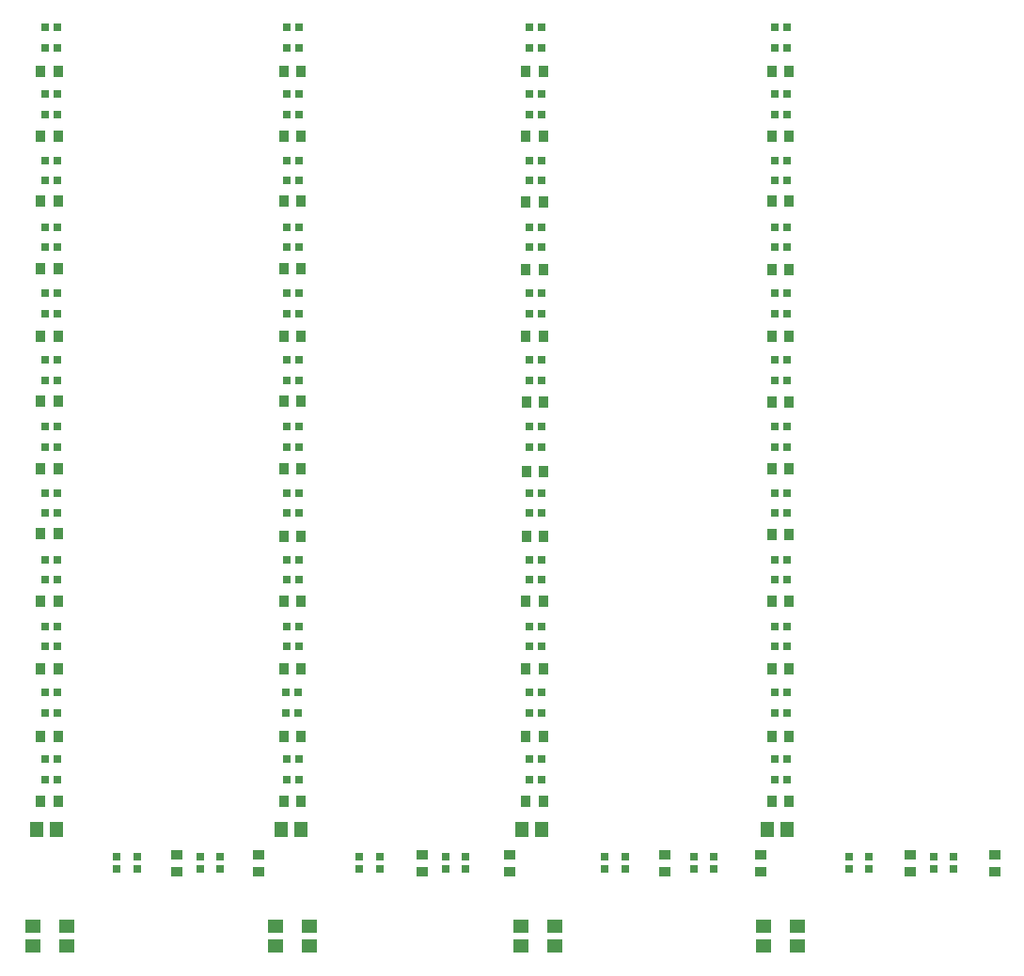
<source format=gtp>
G04*
G04 #@! TF.GenerationSoftware,Altium Limited,Altium Designer,24.7.2 (38)*
G04*
G04 Layer_Color=8421504*
%FSLAX44Y44*%
%MOMM*%
G71*
G04*
G04 #@! TF.SameCoordinates,4798D7E4-1403-4A70-8607-6B62460FE5A0*
G04*
G04*
G04 #@! TF.FilePolarity,Positive*
G04*
G01*
G75*
%ADD14R,1.4700X1.1600*%
%ADD15R,1.1600X1.4700*%
%ADD16R,0.9800X0.9300*%
%ADD17R,0.9300X0.9800*%
%ADD18R,0.7000X0.7000*%
%ADD19R,0.7000X0.7000*%
D14*
X25400Y-895340D02*
D03*
Y-913140D02*
D03*
X713740D02*
D03*
Y-895340D02*
D03*
X683260Y-913140D02*
D03*
Y-895340D02*
D03*
X274320Y-913140D02*
D03*
Y-895340D02*
D03*
X55880Y-913140D02*
D03*
Y-895340D02*
D03*
X464820Y-913140D02*
D03*
Y-895340D02*
D03*
X243840Y-913140D02*
D03*
Y-895340D02*
D03*
X495300Y-913140D02*
D03*
Y-895340D02*
D03*
D15*
X483880Y-807720D02*
D03*
X466080D02*
D03*
X266700D02*
D03*
X248900D02*
D03*
X704860D02*
D03*
X687060D02*
D03*
X47000D02*
D03*
X29200D02*
D03*
D16*
X154940Y-845900D02*
D03*
Y-830500D02*
D03*
X228600Y-845900D02*
D03*
Y-830500D02*
D03*
X375920Y-845900D02*
D03*
Y-830500D02*
D03*
X454660Y-845900D02*
D03*
Y-830500D02*
D03*
X594360Y-845900D02*
D03*
Y-830500D02*
D03*
X680720Y-845900D02*
D03*
Y-830500D02*
D03*
X815340Y-845900D02*
D03*
Y-830500D02*
D03*
X891540Y-845900D02*
D03*
Y-830500D02*
D03*
D17*
X251380Y-782320D02*
D03*
X266780D02*
D03*
X251380Y-723900D02*
D03*
X266780D02*
D03*
X251380Y-601980D02*
D03*
X266780D02*
D03*
X251380Y-662940D02*
D03*
X266780D02*
D03*
X251380Y-543560D02*
D03*
X266780D02*
D03*
X251380Y-482600D02*
D03*
X266780D02*
D03*
X251380Y-302260D02*
D03*
X266780D02*
D03*
X251380Y-363220D02*
D03*
X266780D02*
D03*
X251380Y-241300D02*
D03*
X266780D02*
D03*
X251380Y-182880D02*
D03*
X266780D02*
D03*
X251380Y-124460D02*
D03*
X266780D02*
D03*
X251380Y-421640D02*
D03*
X266780D02*
D03*
X706200Y-482600D02*
D03*
X690800D02*
D03*
X706200Y-542290D02*
D03*
X690800D02*
D03*
X469740Y-782320D02*
D03*
X485140D02*
D03*
X469740Y-723900D02*
D03*
X485140D02*
D03*
X469740Y-662940D02*
D03*
X485140D02*
D03*
X469740Y-601980D02*
D03*
X485140D02*
D03*
X469820Y-485140D02*
D03*
X485220D02*
D03*
X469820Y-543560D02*
D03*
X485220D02*
D03*
X690800Y-782320D02*
D03*
X706200D02*
D03*
X690800Y-723900D02*
D03*
X706200D02*
D03*
Y-363220D02*
D03*
X690800D02*
D03*
X706200Y-303530D02*
D03*
X690800D02*
D03*
X706200Y-241300D02*
D03*
X690800D02*
D03*
X706200Y-182880D02*
D03*
X690800D02*
D03*
X706200Y-124460D02*
D03*
X690800D02*
D03*
X706200Y-422910D02*
D03*
X690800D02*
D03*
X469740Y-303530D02*
D03*
X485140D02*
D03*
X469820Y-422910D02*
D03*
X485220D02*
D03*
X469740Y-363220D02*
D03*
X485140D02*
D03*
X469740Y-242570D02*
D03*
X485140D02*
D03*
X469740Y-182880D02*
D03*
X485140D02*
D03*
X469740Y-124460D02*
D03*
X485140D02*
D03*
X690800Y-601980D02*
D03*
X706200D02*
D03*
X690800Y-662940D02*
D03*
X706200D02*
D03*
X48260Y-723900D02*
D03*
X32860D02*
D03*
Y-662940D02*
D03*
X48260D02*
D03*
X32860Y-601980D02*
D03*
X48260D02*
D03*
X32860Y-782320D02*
D03*
X48260D02*
D03*
X32860Y-541020D02*
D03*
X48260D02*
D03*
X32860Y-482600D02*
D03*
X48260D02*
D03*
X32860Y-363220D02*
D03*
X48260D02*
D03*
X32860Y-302260D02*
D03*
X48260D02*
D03*
X32860Y-421640D02*
D03*
X48260D02*
D03*
X32860Y-241300D02*
D03*
X48260D02*
D03*
X32860Y-182880D02*
D03*
X48260D02*
D03*
X32860Y-124460D02*
D03*
X48260D02*
D03*
D18*
X254000Y-744468D02*
D03*
X265000D02*
D03*
Y-762768D02*
D03*
X254000D02*
D03*
X472440Y-744468D02*
D03*
X483440D02*
D03*
Y-762768D02*
D03*
X472440D02*
D03*
X253580Y-702570D02*
D03*
X264580D02*
D03*
Y-684270D02*
D03*
X253580D02*
D03*
X254000Y-624534D02*
D03*
X265000D02*
D03*
Y-642834D02*
D03*
X254000D02*
D03*
X472440Y-702801D02*
D03*
X483440D02*
D03*
Y-684501D02*
D03*
X472440D02*
D03*
Y-624534D02*
D03*
X483440D02*
D03*
Y-642834D02*
D03*
X472440D02*
D03*
Y-582867D02*
D03*
X483440D02*
D03*
Y-564567D02*
D03*
X472440D02*
D03*
X254000Y-582867D02*
D03*
X265000D02*
D03*
Y-564567D02*
D03*
X254000D02*
D03*
Y-504600D02*
D03*
X265000D02*
D03*
Y-522900D02*
D03*
X254000D02*
D03*
X472440Y-504600D02*
D03*
X483440D02*
D03*
Y-522900D02*
D03*
X472440D02*
D03*
Y-384665D02*
D03*
X483440D02*
D03*
Y-402966D02*
D03*
X472440D02*
D03*
Y-342998D02*
D03*
X483440D02*
D03*
Y-324698D02*
D03*
X472440D02*
D03*
Y-264731D02*
D03*
X483440D02*
D03*
Y-283031D02*
D03*
X472440D02*
D03*
X254000Y-264731D02*
D03*
X265000D02*
D03*
Y-283031D02*
D03*
X254000D02*
D03*
Y-384665D02*
D03*
X265000D02*
D03*
Y-402966D02*
D03*
X254000D02*
D03*
Y-342998D02*
D03*
X265000D02*
D03*
Y-324698D02*
D03*
X254000D02*
D03*
Y-223064D02*
D03*
X265000D02*
D03*
Y-204764D02*
D03*
X254000D02*
D03*
X472440Y-223064D02*
D03*
X483440D02*
D03*
Y-204764D02*
D03*
X472440D02*
D03*
X254000Y-462933D02*
D03*
X265000D02*
D03*
Y-444633D02*
D03*
X254000D02*
D03*
X693420Y-582867D02*
D03*
X704420D02*
D03*
Y-564567D02*
D03*
X693420D02*
D03*
Y-504600D02*
D03*
X704420D02*
D03*
Y-522900D02*
D03*
X693420D02*
D03*
Y-744468D02*
D03*
X704420D02*
D03*
Y-762768D02*
D03*
X693420D02*
D03*
Y-702801D02*
D03*
X704420D02*
D03*
Y-684501D02*
D03*
X693420D02*
D03*
Y-624534D02*
D03*
X704420D02*
D03*
Y-642834D02*
D03*
X693420D02*
D03*
Y-384665D02*
D03*
X704420D02*
D03*
Y-402966D02*
D03*
X693420D02*
D03*
Y-264731D02*
D03*
X704420D02*
D03*
Y-283031D02*
D03*
X693420D02*
D03*
Y-342998D02*
D03*
X704420D02*
D03*
Y-324698D02*
D03*
X693420D02*
D03*
Y-163097D02*
D03*
X704420D02*
D03*
Y-144797D02*
D03*
X693420D02*
D03*
Y-223064D02*
D03*
X704420D02*
D03*
Y-204764D02*
D03*
X693420D02*
D03*
Y-103130D02*
D03*
X704420D02*
D03*
Y-84830D02*
D03*
X693420D02*
D03*
Y-462933D02*
D03*
X704420D02*
D03*
Y-444633D02*
D03*
X693420D02*
D03*
X472440Y-462933D02*
D03*
X483440D02*
D03*
Y-444633D02*
D03*
X472440D02*
D03*
Y-163097D02*
D03*
X483440D02*
D03*
Y-144797D02*
D03*
X472440D02*
D03*
Y-103130D02*
D03*
X483440D02*
D03*
Y-84830D02*
D03*
X472440D02*
D03*
X36410Y-702801D02*
D03*
X47410D02*
D03*
Y-684501D02*
D03*
X36410D02*
D03*
Y-624534D02*
D03*
X47410D02*
D03*
Y-642834D02*
D03*
X36410D02*
D03*
Y-744468D02*
D03*
X47410D02*
D03*
Y-762768D02*
D03*
X36410D02*
D03*
Y-582867D02*
D03*
X47410D02*
D03*
Y-564567D02*
D03*
X36410D02*
D03*
Y-504600D02*
D03*
X47410D02*
D03*
Y-522900D02*
D03*
X36410D02*
D03*
Y-384665D02*
D03*
X47410D02*
D03*
Y-402966D02*
D03*
X36410D02*
D03*
Y-342998D02*
D03*
X47410D02*
D03*
Y-324698D02*
D03*
X36410D02*
D03*
Y-264731D02*
D03*
X47410D02*
D03*
Y-283031D02*
D03*
X36410D02*
D03*
Y-223064D02*
D03*
X47410D02*
D03*
Y-204764D02*
D03*
X36410D02*
D03*
Y-163097D02*
D03*
X47410D02*
D03*
Y-144797D02*
D03*
X36410D02*
D03*
Y-103130D02*
D03*
X47410D02*
D03*
Y-84830D02*
D03*
X36410D02*
D03*
X254000Y-163097D02*
D03*
X265000D02*
D03*
Y-144797D02*
D03*
X254000D02*
D03*
Y-103130D02*
D03*
X265000D02*
D03*
Y-84830D02*
D03*
X254000D02*
D03*
X36410Y-462933D02*
D03*
X47410D02*
D03*
Y-444633D02*
D03*
X36410D02*
D03*
D19*
X639070Y-843275D02*
D03*
Y-832275D02*
D03*
X620770D02*
D03*
Y-843275D02*
D03*
X415550D02*
D03*
Y-832275D02*
D03*
X397250D02*
D03*
Y-843275D02*
D03*
X194570D02*
D03*
Y-832275D02*
D03*
X176270D02*
D03*
Y-843275D02*
D03*
X101080D02*
D03*
Y-832275D02*
D03*
X119380D02*
D03*
Y-843275D02*
D03*
X319520D02*
D03*
Y-832275D02*
D03*
X337820D02*
D03*
Y-843275D02*
D03*
X540500D02*
D03*
Y-832275D02*
D03*
X558800D02*
D03*
Y-843275D02*
D03*
X760470D02*
D03*
Y-832275D02*
D03*
X778770D02*
D03*
Y-843275D02*
D03*
X854970D02*
D03*
Y-832275D02*
D03*
X836670D02*
D03*
Y-843275D02*
D03*
M02*

</source>
